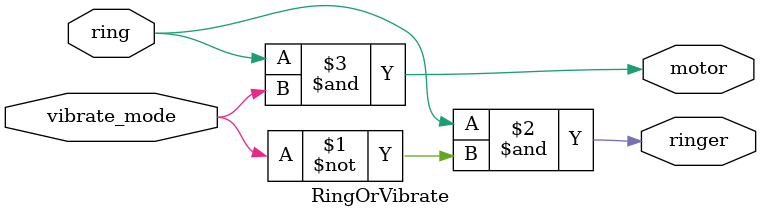
<source format=v>


module RingOrVibrate
(
  input ring,
  input vibrate_mode,
  output ringer,
  output motor
);

  assign ringer = ring & ~vibrate_mode;
  assign motor = ring & vibrate_mode;

endmodule


</source>
